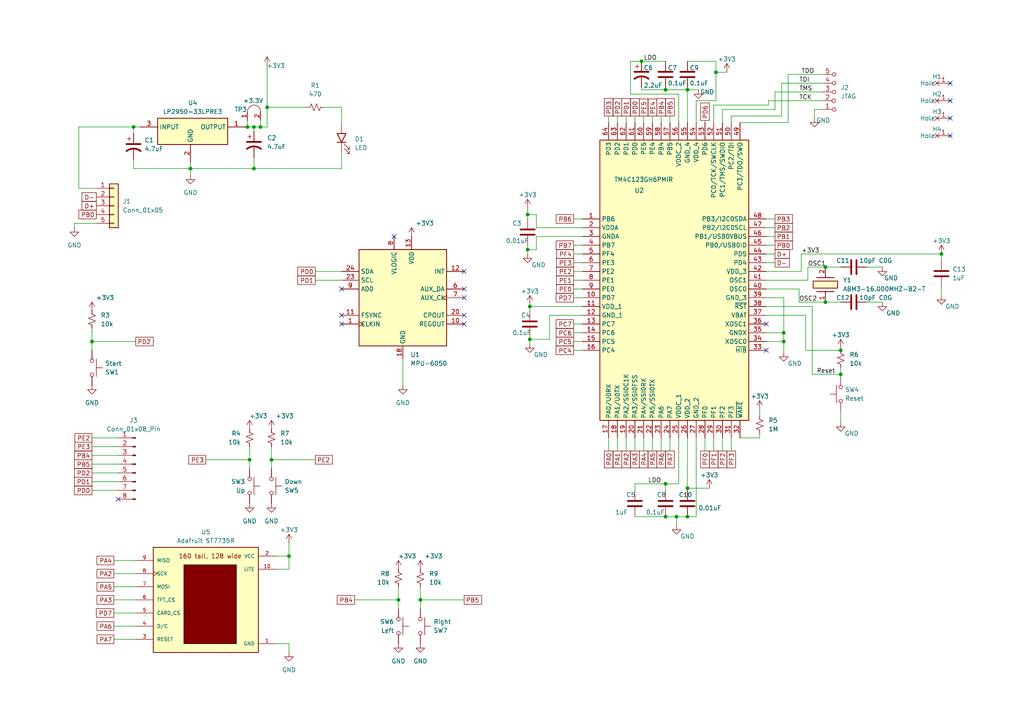
<source format=kicad_sch>
(kicad_sch (version 20230121) (generator eeschema)
  (paper "A4")
  (lib_symbols
    (symbol "ABM3-16_000MHZ-B2-T:ABM3-16.000MHZ-B2-T" (pin_names hide)
      (property "Reference" "Y" (at 8.89 6.35 0))
      (property "Value" "ABM3-16.000MHZ-B2-T" (at 8.89 3.81 0))
      (symbol "ABM3-16.000MHZ-B2-T_1_1"
        (pin passive line (at 0 0 0) (length 2.54) (name "1") (number "1"))
        (pin passive line (at 10.16 0 180) (length 2.54) (name "2") (number "2"))
      )
    )
    (symbol "Connector_Generic:Conn_01x05" (pin_names (offset 1.016) hide)
      (property "Reference" "J" (at 0 7.62 0))
      (property "Value" "Conn_01x05" (at 0 -7.62 0))
      (symbol "Conn_01x05_1_1"
        (pin passive line (at -5.08 5.08 0) (length 3.81) (name "Pin_1") (number "1"))
        (pin passive line (at -5.08 2.54 0) (length 3.81) (name "Pin_2") (number "2"))
        (pin passive line (at -5.08 0 0) (length 3.81) (name "Pin_3") (number "3"))
        (pin passive line (at -5.08 -2.54 0) (length 3.81) (name "Pin_4") (number "4"))
        (pin passive line (at -5.08 -5.08 0) (length 3.81) (name "Pin_5") (number "5"))
      )
    )
    (symbol "ECE445L:Adafruit_ST7735R" (pin_names (offset 1.016))
      (property "Reference" "U?" (at -15.24 16.002 0))
      (property "Value" "Adafruit ST7735R" (at -15.24 -17.78 0))
      (symbol "Adafruit_ST7735R_1_0"
        (pin power_in line (at 20.32 -12.7 180) (length 5.08) (name "GND") (number "1"))
        (pin power_in line (at 20.32 8.89 180) (length 5.08) (name "LITE") (number "10"))
        (pin power_in line (at 20.32 12.7 180) (length 5.08) (name "VCC") (number "2"))
        (pin input line (at -20.32 -11.43 0) (length 5.08) (name "RESET") (number "3"))
        (pin input line (at -20.32 -7.62 0) (length 5.08) (name "D/C") (number "4"))
        (pin input line (at -20.32 -3.81 0) (length 5.08) (name "CARD_CS") (number "5"))
        (pin input line (at -20.32 0 0) (length 5.08) (name "TFT_CS") (number "6"))
        (pin input line (at -20.32 3.81 0) (length 5.08) (name "MOSI") (number "7"))
        (pin input clock (at -20.32 7.62 0) (length 5.08) (name "SCK") (number "8"))
        (pin output line (at -20.32 11.43 0) (length 5.08) (name "MISO") (number "9"))
      )
      (symbol "Adafruit_ST7735R_1_1"
        (text "160 tall, 128 wide" (at 1.27 12.7 0) (effects (font (size 1.27 1.27))))
      )
    )
    (symbol "ECE445L:C" (pin_numbers hide) (pin_names (offset 0.254))
      (property "Reference" "C" (at 0.635 2.54 0))
      (property "Value" "C" (at 0.635 -2.54 0))
      (symbol "C_1_1"
        (pin passive line (at 0 3.81 270) (length 2.794) (name "~") (number "1"))
        (pin passive line (at 0 -3.81 90) (length 2.794) (name "~") (number "2"))
      )
    )
    (symbol "ECE445L:C_Polarized" (pin_numbers hide) (pin_names (offset 0.254) hide)
      (property "Reference" "C" (at 0.635 2.54 0))
      (property "Value" "C_Polarized" (at 0.635 -2.54 0))
      (symbol "C_Polarized_1_1"
        (pin passive line (at 0 3.81 270) (length 2.794) (name "~") (number "1"))
        (pin passive line (at 0 -3.81 90) (length 3.302) (name "~") (number "2"))
      )
    )
    (symbol "ECE445L:Conn_01x08_Pin" (pin_names (offset 1.016) hide)
      (property "Reference" "J" (at 0 10.16 0))
      (property "Value" "Conn_01x08_Pin" (at 0 -12.7 0))
      (symbol "Conn_01x08_Pin_1_1"
        (pin passive line (at 5.08 7.62 180) (length 3.81) (name "Pin_1") (number "1"))
        (pin passive line (at 5.08 5.08 180) (length 3.81) (name "Pin_2") (number "2"))
        (pin passive line (at 5.08 2.54 180) (length 3.81) (name "Pin_3") (number "3"))
        (pin passive line (at 5.08 0 180) (length 3.81) (name "Pin_4") (number "4"))
        (pin passive line (at 5.08 -2.54 180) (length 3.81) (name "Pin_5") (number "5"))
        (pin passive line (at 5.08 -5.08 180) (length 3.81) (name "Pin_6") (number "6"))
        (pin passive line (at 5.08 -7.62 180) (length 3.81) (name "Pin_7") (number "7"))
        (pin passive line (at 5.08 -10.16 180) (length 3.81) (name "Pin_8") (number "8"))
      )
    )
    (symbol "ECE445L:Header_5" (pin_names (offset 0) hide)
      (property "Reference" "J" (at 0 2.794 0))
      (property "Value" "Header_5" (at 8.89 -9.525 0))
      (symbol "Header_5_1_1"
        (pin passive line (at 5.08 2.54 180) (length 2.54) (name "A") (number "1"))
        (pin passive line (at 5.08 0 180) (length 2.54) (name "B") (number "2"))
        (pin passive line (at 5.08 -2.54 180) (length 2.54) (name "C") (number "3"))
        (pin passive line (at 5.08 -5.08 180) (length 2.54) (name "C") (number "4"))
        (pin passive line (at 5.08 -7.62 180) (length 2.54) (name "C") (number "5"))
      )
    )
    (symbol "ECE445L:LED" (pin_numbers hide) (pin_names (offset 1.016) hide)
      (property "Reference" "D" (at 1.27 1.27 0))
      (property "Value" "LED" (at -5.08 -1.27 0))
      (symbol "LED_1_1"
        (pin passive line (at -1.27 -3.81 90) (length 2.54) (name "K") (number "1"))
        (pin passive line (at -1.27 3.81 270) (length 2.54) (name "A") (number "2"))
      )
    )
    (symbol "ECE445L:MountingHole"
      (property "Reference" "H" (at 0 0 0))
      (symbol "MountingHole_1_1"
        (pin power_in non_logic (at 0 0 180) (length 3.81) (name "Hole") (number "1"))
      )
    )
    (symbol "ECE445L:R_0.125W" (pin_numbers hide) (pin_names (offset 0.254) hide)
      (property "Reference" "R" (at 0.762 0.508 0))
      (property "Value" "R_0.125W" (at 0.762 -1.016 0))
      (symbol "R_0.125W_1_1"
        (pin passive line (at 0 2.54 270) (length 1.016) (name "~") (number "1"))
        (pin passive line (at 0 -2.54 90) (length 1.016) (name "~") (number "2"))
      )
    )
    (symbol "ECE445L:Testpoint" (pin_names (offset 0) hide)
      (property "Reference" "TP" (at 0 2.794 0))
      (property "Value" "TP" (at 0 -2.286 0))
      (symbol "Testpoint_1_1"
        (pin passive line (at -1.905 0 90) (length 2.54) (name "A") (number "1"))
        (pin passive line (at 1.905 0 90) (length 2.54) (name "B") (number "2"))
      )
    )
    (symbol "LP2950-33LPRE3:LP2950-33LPRE3"
      (property "Reference" "IC" (at 17.145 -2.54 0))
      (property "Value" "LP2950-33LPRE3" (at 8.255 4.445 0))
      (symbol "LP2950-33LPRE3_1_1"
        (pin power_out line (at 30.48 0 180) (length 5.08) (name "OUTPUT") (number "1"))
        (pin passive line (at 14.605 -10.16 90) (length 5.08) (name "GND") (number "2"))
        (pin power_in line (at 0 0 0) (length 5.08) (name "INPUT") (number "3"))
      )
    )
    (symbol "Sensor_Motion:MPU-6050"
      (property "Reference" "U" (at -11.43 13.97 0))
      (property "Value" "MPU-6050" (at 7.62 -15.24 0))
      (symbol "MPU-6050_0_0"
        (text "" (at 12.7 -2.54 0) (effects (font (size 1.27 1.27))))
      )
      (symbol "MPU-6050_1_1"
        (pin input clock (at -17.78 -7.62 0) (length 5.08) (name "CLKIN") (number "1"))
        (pin passive line (at 17.78 -7.62 180) (length 5.08) (name "REGOUT") (number "10"))
        (pin input line (at -17.78 -5.08 0) (length 5.08) (name "FSYNC") (number "11"))
        (pin output line (at 17.78 7.62 180) (length 5.08) (name "INT") (number "12"))
        (pin power_in line (at 2.54 17.78 270) (length 3.81) (name "VDD") (number "13"))
        (pin no_connect line (at -12.7 -10.16 0) (length 2.54) hide (name "NC") (number "14"))
        (pin no_connect line (at 12.7 12.7 180) (length 2.54) hide (name "NC") (number "15"))
        (pin no_connect line (at 12.7 10.16 180) (length 2.54) hide (name "NC") (number "16"))
        (pin no_connect line (at 12.7 5.08 180) (length 2.54) hide (name "NC") (number "17"))
        (pin power_in line (at 0 -17.78 90) (length 3.81) (name "GND") (number "18"))
        (pin no_connect line (at 12.7 -10.16 180) (length 2.54) hide (name "RESV") (number "19"))
        (pin no_connect line (at -12.7 12.7 0) (length 2.54) hide (name "NC") (number "2"))
        (pin passive line (at 17.78 -5.08 180) (length 5.08) (name "CPOUT") (number "20"))
        (pin no_connect line (at 12.7 -2.54 180) (length 2.54) hide (name "RESV") (number "21"))
        (pin no_connect line (at 12.7 -12.7 180) (length 2.54) hide (name "RESV") (number "22"))
        (pin input line (at -17.78 5.08 0) (length 5.08) (name "SCL") (number "23"))
        (pin bidirectional line (at -17.78 7.62 0) (length 5.08) (name "SDA") (number "24"))
        (pin no_connect line (at -12.7 10.16 0) (length 2.54) hide (name "NC") (number "3"))
        (pin no_connect line (at -12.7 0 0) (length 2.54) hide (name "NC") (number "4"))
        (pin no_connect line (at -12.7 -2.54 0) (length 2.54) hide (name "NC") (number "5"))
        (pin bidirectional line (at 17.78 2.54 180) (length 5.08) (name "AUX_DA") (number "6"))
        (pin output clock (at 17.78 0 180) (length 5.08) (name "AUX_CL") (number "7"))
        (pin power_in line (at -2.54 17.78 270) (length 3.81) (name "VLOGIC") (number "8"))
        (pin input line (at -17.78 2.54 0) (length 5.08) (name "AD0") (number "9"))
      )
    )
    (symbol "Switch:SW_Push" (pin_numbers hide) (pin_names (offset 1.016) hide)
      (property "Reference" "SW" (at 1.27 2.54 0))
      (property "Value" "SW_Push" (at 0 -1.524 0))
      (symbol "SW_Push_0_1"
        (pin passive line (at -5.08 0 0) (length 2.54) (name "1") (number "1"))
        (pin passive line (at 5.08 0 180) (length 2.54) (name "2") (number "2"))
      )
    )
    (symbol "TM4C123GH6PMIR:TM4C123GH6PMIR"
      (property "Reference" "IC" (at 49.53 27.94 0))
      (property "Value" "TM4C123GH6PMIR" (at 49.53 25.4 0))
      (symbol "TM4C123GH6PMIR_1_1"
        (pin passive line (at 0 0 0) (length 5.08) (name "PB6") (number "1"))
        (pin passive line (at 0 -22.86 0) (length 5.08) (name "PD7") (number "10"))
        (pin passive line (at 0 -25.4 0) (length 5.08) (name "VDD_1") (number "11"))
        (pin passive line (at 0 -27.94 0) (length 5.08) (name "GND_1") (number "12"))
        (pin passive line (at 0 -30.48 0) (length 5.08) (name "PC7") (number "13"))
        (pin passive line (at 0 -33.02 0) (length 5.08) (name "PC6") (number "14"))
        (pin passive line (at 0 -35.56 0) (length 5.08) (name "PC5") (number "15"))
        (pin passive line (at 0 -38.1 0) (length 5.08) (name "PC4") (number "16"))
        (pin passive line (at 7.62 -63.5 90) (length 5.08) (name "PA0/U0RX") (number "17"))
        (pin passive line (at 10.16 -63.5 90) (length 5.08) (name "PA1/U0TX") (number "18"))
        (pin passive line (at 12.7 -63.5 90) (length 5.08) (name "PA2/SSI0C1K") (number "19"))
        (pin passive line (at 0 -2.54 0) (length 5.08) (name "VDDA") (number "2"))
        (pin passive line (at 15.24 -63.5 90) (length 5.08) (name "PA3/SSI0FSS") (number "20"))
        (pin passive line (at 17.78 -63.5 90) (length 5.08) (name "PA4/SSI0RX") (number "21"))
        (pin passive line (at 20.32 -63.5 90) (length 5.08) (name "PA5/SSI0TX") (number "22"))
        (pin passive line (at 22.86 -63.5 90) (length 5.08) (name "PA6") (number "23"))
        (pin passive line (at 25.4 -63.5 90) (length 5.08) (name "PA7") (number "24"))
        (pin passive line (at 27.94 -63.5 90) (length 5.08) (name "VDDC_1") (number "25"))
        (pin passive line (at 30.48 -63.5 90) (length 5.08) (name "VDD_2") (number "26"))
        (pin passive line (at 33.02 -63.5 90) (length 5.08) (name "GND_2") (number "27"))
        (pin passive line (at 35.56 -63.5 90) (length 5.08) (name "PF0") (number "28"))
        (pin passive line (at 38.1 -63.5 90) (length 5.08) (name "PF1") (number "29"))
        (pin passive line (at 0 -5.08 0) (length 5.08) (name "GNDA") (number "3"))
        (pin passive line (at 40.64 -63.5 90) (length 5.08) (name "PF2") (number "30"))
        (pin passive line (at 43.18 -63.5 90) (length 5.08) (name "PF3") (number "31"))
        (pin passive line (at 45.72 -63.5 90) (length 5.08) (name "~{WAKE}") (number "32"))
        (pin passive line (at 53.34 -38.1 180) (length 5.08) (name "~{HIB}") (number "33"))
        (pin passive line (at 53.34 -35.56 180) (length 5.08) (name "XOSC0") (number "34"))
        (pin passive line (at 53.34 -33.02 180) (length 5.08) (name "GNDX") (number "35"))
        (pin passive line (at 53.34 -30.48 180) (length 5.08) (name "XOSC1") (number "36"))
        (pin passive line (at 53.34 -27.94 180) (length 5.08) (name "VBAT") (number "37"))
        (pin passive line (at 53.34 -25.4 180) (length 5.08) (name "~{RST}") (number "38"))
        (pin passive line (at 53.34 -22.86 180) (length 5.08) (name "GND_3") (number "39"))
        (pin passive line (at 0 -7.62 0) (length 5.08) (name "PB7") (number "4"))
        (pin passive line (at 53.34 -20.32 180) (length 5.08) (name "OSC0") (number "40"))
        (pin passive line (at 53.34 -17.78 180) (length 5.08) (name "OSC1") (number "41"))
        (pin passive line (at 53.34 -15.24 180) (length 5.08) (name "VDD_3") (number "42"))
        (pin passive line (at 53.34 -12.7 180) (length 5.08) (name "PD4") (number "43"))
        (pin passive line (at 53.34 -10.16 180) (length 5.08) (name "PD5") (number "44"))
        (pin passive line (at 53.34 -7.62 180) (length 5.08) (name "PB0/USB0ID") (number "45"))
        (pin passive line (at 53.34 -5.08 180) (length 5.08) (name "PB1/USB0VBUS") (number "46"))
        (pin passive line (at 53.34 -2.54 180) (length 5.08) (name "PB2/I2C0SCL") (number "47"))
        (pin passive line (at 53.34 0 180) (length 5.08) (name "PB3/I2C0SDA") (number "48"))
        (pin passive line (at 45.72 27.94 270) (length 5.08) (name "PC3/TDO/SWO") (number "49"))
        (pin passive line (at 0 -10.16 0) (length 5.08) (name "PF4") (number "5"))
        (pin passive line (at 43.18 27.94 270) (length 5.08) (name "PC2/TDI") (number "50"))
        (pin passive line (at 40.64 27.94 270) (length 5.08) (name "PC1/TMS/SWDIO") (number "51"))
        (pin passive line (at 38.1 27.94 270) (length 5.08) (name "PC0/TCK/SWCLK") (number "52"))
        (pin passive line (at 35.56 27.94 270) (length 5.08) (name "PD6") (number "53"))
        (pin passive line (at 33.02 27.94 270) (length 5.08) (name "VDD_4") (number "54"))
        (pin passive line (at 30.48 27.94 270) (length 5.08) (name "GND_4") (number "55"))
        (pin passive line (at 27.94 27.94 270) (length 5.08) (name "VDDC_2") (number "56"))
        (pin passive line (at 25.4 27.94 270) (length 5.08) (name "PB5") (number "57"))
        (pin passive line (at 22.86 27.94 270) (length 5.08) (name "PB4") (number "58"))
        (pin passive line (at 20.32 27.94 270) (length 5.08) (name "PE4") (number "59"))
        (pin passive line (at 0 -12.7 0) (length 5.08) (name "PE3") (number "6"))
        (pin passive line (at 17.78 27.94 270) (length 5.08) (name "PE5") (number "60"))
        (pin passive line (at 15.24 27.94 270) (length 5.08) (name "PD0") (number "61"))
        (pin passive line (at 12.7 27.94 270) (length 5.08) (name "PD1") (number "62"))
        (pin passive line (at 10.16 27.94 270) (length 5.08) (name "PD2") (number "63"))
        (pin passive line (at 7.62 27.94 270) (length 5.08) (name "PD3") (number "64"))
        (pin passive line (at 0 -15.24 0) (length 5.08) (name "PE2") (number "7"))
        (pin passive line (at 0 -17.78 0) (length 5.08) (name "PE1") (number "8"))
        (pin passive line (at 0 -20.32 0) (length 5.08) (name "PE0") (number "9"))
      )
    )
    (symbol "power:+3V3" (power) (pin_names (offset 0))
      (property "Value" "+3V3" (at 0 3.556 0))
      (symbol "+3V3_1_1"
        (pin power_in line (at 0 0 90) (length 0) hide (name "+3V3") (number "1"))
      )
    )
    (symbol "power:GND" (power) (pin_names (offset 0))
      (property "Value" "GND" (at 0 -3.81 0))
      (symbol "GND_1_1"
        (pin power_in line (at 0 0 270) (length 0) hide (name "GND") (number "1"))
      )
    )
  )
  (junction (at 75.565 36.83))
  (junction (at 78.74 133.35))
  (junction (at 73.66 36.83))
  (junction (at 186.055 17.78))
  (junction (at 153.035 72.39))
  (junction (at 153.035 62.23))
  (junction (at 196.215 149.86))
  (junction (at 227.33 96.52))
  (junction (at 199.39 149.86))
  (junction (at 72.39 133.35))
  (junction (at 193.04 149.86))
  (junction (at 239.395 87.63))
  (junction (at 83.82 161.29))
  (junction (at 73.66 48.895))
  (junction (at 227.33 99.06))
  (junction (at 199.39 26.035))
  (junction (at 153.67 88.9))
  (junction (at 239.395 77.47))
  (junction (at 71.755 36.83))
  (junction (at 26.67 99.06))
  (junction (at 153.67 98.425))
  (junction (at 199.39 141.605))
  (junction (at 243.84 108.585))
  (junction (at 38.735 36.83))
  (junction (at 55.245 48.895))
  (junction (at 193.04 26.035))
  (junction (at 77.47 31.115))
  (junction (at 207.645 20.955))
  (junction (at 121.92 173.99))
  (junction (at 193.04 140.335))
  (junction (at 243.84 101.6))
  (junction (at 273.05 73.66))
  (junction (at 115.57 173.99))
  (no_connect (at 275.59 29.21))
  (no_connect (at 99.06 83.82))
  (no_connect (at 222.25 93.98))
  (no_connect (at 99.06 93.98))
  (no_connect (at 134.62 93.98))
  (no_connect (at 34.29 144.78))
  (no_connect (at 99.06 91.44))
  (no_connect (at 222.25 101.6))
  (no_connect (at 275.59 39.37))
  (no_connect (at 275.59 24.13))
  (no_connect (at 134.62 86.36))
  (no_connect (at 275.59 34.29))
  (no_connect (at 134.62 83.82))
  (no_connect (at 134.62 78.74))
  (no_connect (at 114.3 68.58))
  (no_connect (at 134.62 91.44))
  (wire (pts (xy 102.87 173.99) (xy 115.57 173.99)))
  (wire (pts (xy 196.85 127) (xy 196.85 140.335)))
  (wire (pts (xy 222.25 81.28) (xy 234.315 81.28)))
  (wire (pts (xy 186.055 25.4) (xy 186.055 26.035)))
  (wire (pts (xy 231.775 87.63) (xy 239.395 87.63)))
  (wire (pts (xy 196.85 140.335) (xy 193.04 140.335)))
  (wire (pts (xy 181.61 127) (xy 181.61 130.81)))
  (wire (pts (xy 228.6 35.56) (xy 228.6 21.59)))
  (wire (pts (xy 222.25 86.36) (xy 227.33 86.36)))
  (wire (pts (xy 251.46 77.47) (xy 255.905 77.47)))
  (wire (pts (xy 186.055 17.78) (xy 193.04 17.78)))
  (wire (pts (xy 193.04 149.86) (xy 196.215 149.86)))
  (wire (pts (xy 196.85 35.56) (xy 196.85 27.305)))
  (wire (pts (xy 168.91 68.58) (xy 155.575 68.58)))
  (wire (pts (xy 77.47 19.05) (xy 77.47 31.115)))
  (wire (pts (xy 26.67 137.16) (xy 34.29 137.16)))
  (wire (pts (xy 214.63 127) (xy 220.345 127)))
  (wire (pts (xy 238.76 31.75) (xy 236.22 31.75)))
  (wire (pts (xy 184.15 140.335) (xy 193.04 140.335)))
  (wire (pts (xy 199.39 25.4) (xy 199.39 26.035)))
  (wire (pts (xy 155.575 72.39) (xy 153.035 72.39)))
  (wire (pts (xy 83.82 186.69) (xy 80.01 186.69)))
  (wire (pts (xy 184.15 33.655) (xy 184.15 35.56)))
  (wire (pts (xy 243.84 119.38) (xy 243.84 122.555)))
  (wire (pts (xy 201.93 35.56) (xy 201.93 29.21)))
  (wire (pts (xy 80.01 165.1) (xy 83.82 165.1)))
  (wire (pts (xy 33.02 166.37) (xy 39.37 166.37)))
  (wire (pts (xy 182.88 27.305) (xy 182.88 17.78)))
  (wire (pts (xy 222.25 96.52) (xy 227.33 96.52)))
  (wire (pts (xy 273.05 73.66) (xy 273.05 75.565)))
  (wire (pts (xy 199.39 141.605) (xy 205.74 141.605)))
  (wire (pts (xy 214.63 35.56) (xy 228.6 35.56)))
  (wire (pts (xy 59.69 133.35) (xy 72.39 133.35)))
  (wire (pts (xy 235.585 88.9) (xy 235.585 108.585)))
  (wire (pts (xy 176.53 33.655) (xy 176.53 35.56)))
  (wire (pts (xy 99.06 48.895) (xy 73.66 48.895)))
  (wire (pts (xy 227.33 96.52) (xy 227.33 99.06)))
  (wire (pts (xy 166.37 73.66) (xy 168.91 73.66)))
  (wire (pts (xy 222.25 71.12) (xy 224.79 71.12)))
  (wire (pts (xy 75.565 36.83) (xy 77.47 36.83)))
  (wire (pts (xy 166.37 96.52) (xy 168.91 96.52)))
  (wire (pts (xy 73.66 48.895) (xy 55.245 48.895)))
  (wire (pts (xy 27.94 54.61) (xy 22.86 54.61)))
  (wire (pts (xy 26.67 129.54) (xy 34.29 129.54)))
  (wire (pts (xy 186.055 26.035) (xy 193.04 26.035)))
  (wire (pts (xy 166.37 99.06) (xy 168.91 99.06)))
  (wire (pts (xy 26.67 95.25) (xy 26.67 99.06)))
  (wire (pts (xy 201.93 29.21) (xy 207.645 29.21)))
  (wire (pts (xy 207.645 17.78) (xy 207.645 20.955)))
  (wire (pts (xy 189.23 127) (xy 189.23 130.81)))
  (wire (pts (xy 55.245 46.99) (xy 55.245 48.895)))
  (wire (pts (xy 193.04 25.4) (xy 193.04 26.035)))
  (wire (pts (xy 222.25 73.66) (xy 224.79 73.66)))
  (wire (pts (xy 78.74 133.35) (xy 78.74 135.89)))
  (wire (pts (xy 207.01 35.56) (xy 207.01 30.48)))
  (wire (pts (xy 99.06 43.815) (xy 99.06 48.895)))
  (wire (pts (xy 38.735 48.895) (xy 55.245 48.895)))
  (wire (pts (xy 38.735 36.83) (xy 38.735 38.735)))
  (wire (pts (xy 207.645 17.78) (xy 199.39 17.78)))
  (wire (pts (xy 71.755 34.925) (xy 71.755 36.83)))
  (wire (pts (xy 26.67 139.7) (xy 34.29 139.7)))
  (wire (pts (xy 226.695 33.655) (xy 226.695 24.13)))
  (wire (pts (xy 224.79 31.75) (xy 224.79 26.67)))
  (wire (pts (xy 80.01 161.29) (xy 83.82 161.29)))
  (wire (pts (xy 38.735 46.355) (xy 38.735 48.895)))
  (wire (pts (xy 153.67 88.9) (xy 153.67 88.265)))
  (wire (pts (xy 33.02 173.99) (xy 39.37 173.99)))
  (wire (pts (xy 199.39 141.605) (xy 199.39 142.24)))
  (wire (pts (xy 26.67 142.24) (xy 34.29 142.24)))
  (wire (pts (xy 209.55 35.56) (xy 209.55 31.75)))
  (wire (pts (xy 232.41 78.74) (xy 232.41 73.66)))
  (wire (pts (xy 166.37 101.6) (xy 168.91 101.6)))
  (wire (pts (xy 179.07 33.655) (xy 179.07 35.56)))
  (wire (pts (xy 159.385 91.44) (xy 159.385 98.425)))
  (wire (pts (xy 243.84 100.965) (xy 243.84 101.6)))
  (wire (pts (xy 166.37 81.28) (xy 168.91 81.28)))
  (wire (pts (xy 209.55 31.75) (xy 224.79 31.75)))
  (wire (pts (xy 251.46 87.63) (xy 255.905 87.63)))
  (wire (pts (xy 33.02 177.8) (xy 39.37 177.8)))
  (wire (pts (xy 115.57 173.99) (xy 115.57 176.53)))
  (wire (pts (xy 204.47 127) (xy 204.47 130.81)))
  (wire (pts (xy 235.585 108.585) (xy 243.84 108.585)))
  (wire (pts (xy 121.92 173.99) (xy 134.62 173.99)))
  (wire (pts (xy 153.67 98.425) (xy 153.67 99.695)))
  (wire (pts (xy 207.01 30.48) (xy 222.885 30.48)))
  (wire (pts (xy 201.93 149.86) (xy 199.39 149.86)))
  (wire (pts (xy 38.735 36.83) (xy 40.64 36.83)))
  (wire (pts (xy 166.37 86.36) (xy 168.91 86.36)))
  (wire (pts (xy 153.67 88.9) (xy 153.67 90.17)))
  (wire (pts (xy 194.31 127) (xy 194.31 130.81)))
  (wire (pts (xy 222.25 78.74) (xy 232.41 78.74)))
  (wire (pts (xy 166.37 76.2) (xy 168.91 76.2)))
  (wire (pts (xy 121.92 170.18) (xy 121.92 173.99)))
  (wire (pts (xy 196.215 149.86) (xy 196.215 152.4)))
  (wire (pts (xy 222.25 63.5) (xy 224.79 63.5)))
  (wire (pts (xy 233.68 91.44) (xy 233.68 101.6)))
  (wire (pts (xy 153.035 71.12) (xy 153.035 72.39)))
  (wire (pts (xy 78.74 129.54) (xy 78.74 133.35)))
  (wire (pts (xy 182.88 17.78) (xy 186.055 17.78)))
  (wire (pts (xy 222.25 91.44) (xy 233.68 91.44)))
  (wire (pts (xy 166.37 83.82) (xy 168.91 83.82)))
  (wire (pts (xy 168.91 91.44) (xy 159.385 91.44)))
  (wire (pts (xy 189.23 33.655) (xy 189.23 35.56)))
  (wire (pts (xy 222.885 30.48) (xy 222.885 29.21)))
  (wire (pts (xy 273.05 83.185) (xy 273.05 85.725)))
  (wire (pts (xy 33.02 170.18) (xy 39.37 170.18)))
  (wire (pts (xy 209.55 127) (xy 209.55 130.81)))
  (wire (pts (xy 121.92 173.99) (xy 121.92 176.53)))
  (wire (pts (xy 243.84 106.68) (xy 243.84 108.585)))
  (wire (pts (xy 186.69 127) (xy 186.69 130.81)))
  (wire (pts (xy 73.66 36.83) (xy 75.565 36.83)))
  (wire (pts (xy 166.37 93.98) (xy 168.91 93.98)))
  (wire (pts (xy 77.47 36.83) (xy 77.47 31.115)))
  (wire (pts (xy 83.82 189.23) (xy 83.82 186.69)))
  (wire (pts (xy 22.86 36.83) (xy 22.86 54.61)))
  (wire (pts (xy 153.035 72.39) (xy 153.035 73.66)))
  (wire (pts (xy 224.79 26.67) (xy 238.76 26.67)))
  (wire (pts (xy 26.67 134.62) (xy 34.29 134.62)))
  (wire (pts (xy 72.39 129.54) (xy 72.39 133.35)))
  (wire (pts (xy 194.31 33.655) (xy 194.31 35.56)))
  (wire (pts (xy 99.06 31.115) (xy 99.06 36.195)))
  (wire (pts (xy 93.98 31.115) (xy 99.06 31.115)))
  (wire (pts (xy 115.57 170.18) (xy 115.57 173.99)))
  (wire (pts (xy 71.755 36.83) (xy 73.66 36.83)))
  (wire (pts (xy 184.15 127) (xy 184.15 130.81)))
  (wire (pts (xy 222.25 99.06) (xy 227.33 99.06)))
  (wire (pts (xy 166.37 78.74) (xy 168.91 78.74)))
  (wire (pts (xy 199.39 149.86) (xy 196.215 149.86)))
  (wire (pts (xy 153.67 97.79) (xy 153.67 98.425)))
  (wire (pts (xy 91.44 78.74) (xy 99.06 78.74)))
  (wire (pts (xy 33.02 185.42) (xy 39.37 185.42)))
  (wire (pts (xy 72.39 133.35) (xy 72.39 135.89)))
  (wire (pts (xy 199.39 26.035) (xy 202.565 26.035)))
  (wire (pts (xy 27.94 64.77) (xy 21.59 64.77)))
  (wire (pts (xy 199.39 127) (xy 199.39 141.605)))
  (wire (pts (xy 222.25 83.82) (xy 231.775 83.82)))
  (wire (pts (xy 199.39 26.035) (xy 199.39 35.56)))
  (wire (pts (xy 71.12 36.83) (xy 71.755 36.83)))
  (wire (pts (xy 207.01 127) (xy 207.01 130.81)))
  (wire (pts (xy 232.41 73.66) (xy 273.05 73.66)))
  (wire (pts (xy 166.37 71.12) (xy 168.91 71.12)))
  (wire (pts (xy 201.93 127) (xy 201.93 149.86)))
  (wire (pts (xy 227.33 99.06) (xy 227.33 102.235)))
  (wire (pts (xy 78.74 133.35) (xy 91.44 133.35)))
  (wire (pts (xy 196.85 27.305) (xy 182.88 27.305)))
  (wire (pts (xy 55.245 48.895) (xy 55.245 50.8)))
  (wire (pts (xy 116.84 111.76) (xy 116.84 104.14)))
  (wire (pts (xy 83.82 161.29) (xy 83.82 157.48)))
  (wire (pts (xy 222.25 88.9) (xy 235.585 88.9)))
  (wire (pts (xy 193.04 26.035) (xy 199.39 26.035)))
  (wire (pts (xy 222.25 76.2) (xy 224.79 76.2)))
  (wire (pts (xy 222.25 68.58) (xy 224.79 68.58)))
  (wire (pts (xy 239.395 87.63) (xy 243.84 87.63)))
  (wire (pts (xy 155.575 68.58) (xy 155.575 72.39)))
  (wire (pts (xy 212.09 127) (xy 212.09 130.81)))
  (wire (pts (xy 26.67 99.06) (xy 39.37 99.06)))
  (wire (pts (xy 233.68 101.6) (xy 243.84 101.6)))
  (wire (pts (xy 212.09 33.655) (xy 226.695 33.655)))
  (wire (pts (xy 231.775 83.82) (xy 231.775 87.63)))
  (wire (pts (xy 159.385 98.425) (xy 153.67 98.425)))
  (wire (pts (xy 75.565 34.925) (xy 75.565 36.83)))
  (wire (pts (xy 181.61 33.655) (xy 181.61 35.56)))
  (wire (pts (xy 191.77 33.655) (xy 191.77 35.56)))
  (wire (pts (xy 153.035 62.23) (xy 155.575 62.23)))
  (wire (pts (xy 73.66 45.72) (xy 73.66 48.895)))
  (wire (pts (xy 33.02 162.56) (xy 39.37 162.56)))
  (wire (pts (xy 220.345 127) (xy 220.345 125.73)))
  (wire (pts (xy 21.59 64.77) (xy 21.59 66.04)))
  (wire (pts (xy 153.035 60.325) (xy 153.035 62.23)))
  (wire (pts (xy 155.575 66.04) (xy 168.91 66.04)))
  (wire (pts (xy 212.09 35.56) (xy 212.09 33.655)))
  (wire (pts (xy 220.345 118.745) (xy 220.345 120.65)))
  (wire (pts (xy 33.02 181.61) (xy 39.37 181.61)))
  (wire (pts (xy 204.47 34.925) (xy 204.47 35.56)))
  (wire (pts (xy 222.885 29.21) (xy 238.76 29.21)))
  (wire (pts (xy 234.315 81.28) (xy 234.315 77.47)))
  (wire (pts (xy 176.53 127) (xy 176.53 130.81)))
  (wire (pts (xy 222.25 66.04) (xy 224.79 66.04)))
  (wire (pts (xy 239.395 77.47) (xy 243.84 77.47)))
  (wire (pts (xy 166.37 63.5) (xy 168.91 63.5)))
  (wire (pts (xy 227.33 86.36) (xy 227.33 96.52)))
  (wire (pts (xy 186.69 33.655) (xy 186.69 35.56)))
  (wire (pts (xy 155.575 66.04) (xy 155.575 62.23)))
  (wire (pts (xy 26.67 132.08) (xy 34.29 132.08)))
  (wire (pts (xy 236.22 31.75) (xy 236.22 34.29)))
  (wire (pts (xy 193.04 140.335) (xy 193.04 142.24)))
  (wire (pts (xy 73.66 36.83) (xy 73.66 38.1)))
  (wire (pts (xy 226.695 24.13) (xy 238.76 24.13)))
  (wire (pts (xy 210.82 20.955) (xy 207.645 20.955)))
  (wire (pts (xy 179.07 127) (xy 179.07 130.81)))
  (wire (pts (xy 26.67 127) (xy 34.29 127)))
  (wire (pts (xy 91.44 81.28) (xy 99.06 81.28)))
  (wire (pts (xy 184.15 149.86) (xy 193.04 149.86)))
  (wire (pts (xy 191.77 127) (xy 191.77 130.81)))
  (wire (pts (xy 243.84 108.585) (xy 243.84 109.22)))
  (wire (pts (xy 228.6 21.59) (xy 238.76 21.59)))
  (wire (pts (xy 26.67 99.06) (xy 26.67 101.6)))
  (wire (pts (xy 22.86 36.83) (xy 38.735 36.83)))
  (wire (pts (xy 77.47 31.115) (xy 88.9 31.115)))
  (wire (pts (xy 168.91 88.9) (xy 153.67 88.9)))
  (wire (pts (xy 234.315 77.47) (xy 239.395 77.47)))
  (wire (pts (xy 207.645 20.955) (xy 207.645 29.21)))
  (wire (pts (xy 153.035 62.23) (xy 153.035 63.5)))
  (wire (pts (xy 184.15 142.24) (xy 184.15 140.335)))
  (wire (pts (xy 83.82 165.1) (xy 83.82 161.29)))
  (label "TMS" (at 231.775 26.67 0))
  (label "LDO" (at 187.96 140.335 0))
  (label "LDO" (at 186.69 17.78 0))
  (label "OSC1" (at 234.315 77.47 0))
  (label "OSC2" (at 231.775 87.63 0))
  (label "TCK" (at 231.775 29.21 0))
  (label "+3V3" (at 232.41 73.66 0))
  (label "Reset" (at 236.855 108.585 0))
  (label "TDO" (at 232.41 21.59 0))
  (label "TDI" (at 231.775 24.13 0))
  (global_label "D-" (shape passive) (at 224.79 76.2 0) (property "Intersheetrefs" "${INTERSHEET_REFS}" (effects hide)))
  (global_label "PB0" (shape passive) (at 27.94 62.23 180) (property "Intersheetrefs" "${INTERSHEET_REFS}" (effects hide)))
  (global_label "PA7" (shape passive) (at 194.31 130.81 270) (property "Intersheetrefs" "${INTERSHEET_REFS}" (effects hide)))
  (global_label "PE4" (shape passive) (at 189.23 33.655 90) (property "Intersheetrefs" "${INTERSHEET_REFS}" (effects hide)))
  (global_label "PA6" (shape passive) (at 33.02 181.61 180) (property "Intersheetrefs" "${INTERSHEET_REFS}" (effects hide)))
  (global_label "PD0" (shape passive) (at 26.67 142.24 180) (property "Intersheetrefs" "${INTERSHEET_REFS}" (effects hide)))
  (global_label "PA7" (shape passive) (at 33.02 185.42 180) (property "Intersheetrefs" "${INTERSHEET_REFS}" (effects hide)))
  (global_label "PA3" (shape passive) (at 184.15 130.81 270) (property "Intersheetrefs" "${INTERSHEET_REFS}" (effects hide)))
  (global_label "PB6" (shape passive) (at 166.37 63.5 180) (property "Intersheetrefs" "${INTERSHEET_REFS}" (effects hide)))
  (global_label "PA4" (shape passive) (at 33.02 162.56 180) (property "Intersheetrefs" "${INTERSHEET_REFS}" (effects hide)))
  (global_label "PA4" (shape passive) (at 186.69 130.81 270) (property "Intersheetrefs" "${INTERSHEET_REFS}" (effects hide)))
  (global_label "D+" (shape passive) (at 27.94 59.69 180) (property "Intersheetrefs" "${INTERSHEET_REFS}" (effects hide)))
  (global_label "PB2" (shape passive) (at 224.79 66.04 0) (property "Intersheetrefs" "${INTERSHEET_REFS}" (effects hide)))
  (global_label "PE3" (shape passive) (at 166.37 76.2 180) (property "Intersheetrefs" "${INTERSHEET_REFS}" (effects hide)))
  (global_label "PE1" (shape passive) (at 166.37 81.28 180) (property "Intersheetrefs" "${INTERSHEET_REFS}" (effects hide)))
  (global_label "PF0" (shape passive) (at 204.47 130.81 270) (property "Intersheetrefs" "${INTERSHEET_REFS}" (effects hide)))
  (global_label "PB5" (shape passive) (at 194.31 33.655 90) (property "Intersheetrefs" "${INTERSHEET_REFS}" (effects hide)))
  (global_label "PB4" (shape passive) (at 191.77 33.655 90) (property "Intersheetrefs" "${INTERSHEET_REFS}" (effects hide)))
  (global_label "PE2" (shape passive) (at 91.44 133.35 0) (property "Intersheetrefs" "${INTERSHEET_REFS}" (effects hide)))
  (global_label "PB7" (shape passive) (at 166.37 71.12 180) (property "Intersheetrefs" "${INTERSHEET_REFS}" (effects hide)))
  (global_label "PA5" (shape passive) (at 189.23 130.81 270) (property "Intersheetrefs" "${INTERSHEET_REFS}" (effects hide)))
  (global_label "PB4" (shape passive) (at 102.87 173.99 180) (property "Intersheetrefs" "${INTERSHEET_REFS}" (effects hide)))
  (global_label "PE3" (shape passive) (at 26.67 129.54 180) (property "Intersheetrefs" "${INTERSHEET_REFS}" (effects hide)))
  (global_label "PC4" (shape passive) (at 166.37 101.6 180) (property "Intersheetrefs" "${INTERSHEET_REFS}" (effects hide)))
  (global_label "PF2" (shape passive) (at 209.55 130.81 270) (property "Intersheetrefs" "${INTERSHEET_REFS}" (effects hide)))
  (global_label "PF4" (shape passive) (at 166.37 73.66 180) (property "Intersheetrefs" "${INTERSHEET_REFS}" (effects hide)))
  (global_label "PA3" (shape passive) (at 33.02 173.99 180) (property "Intersheetrefs" "${INTERSHEET_REFS}" (effects hide)))
  (global_label "PC6" (shape passive) (at 166.37 96.52 180) (property "Intersheetrefs" "${INTERSHEET_REFS}" (effects hide)))
  (global_label "PE0" (shape passive) (at 166.37 83.82 180) (property "Intersheetrefs" "${INTERSHEET_REFS}" (effects hide)))
  (global_label "D-" (shape passive) (at 27.94 57.15 180) (property "Intersheetrefs" "${INTERSHEET_REFS}" (effects hide)))
  (global_label "PD0" (shape passive) (at 184.15 33.655 90) (property "Intersheetrefs" "${INTERSHEET_REFS}" (effects hide)))
  (global_label "PA5" (shape passive) (at 33.02 170.18 180) (property "Intersheetrefs" "${INTERSHEET_REFS}" (effects hide)))
  (global_label "PA1" (shape passive) (at 179.07 130.81 270) (property "Intersheetrefs" "${INTERSHEET_REFS}" (effects hide)))
  (global_label "PB5" (shape passive) (at 134.62 173.99 0) (property "Intersheetrefs" "${INTERSHEET_REFS}" (effects hide)))
  (global_label "PD2" (shape passive) (at 39.37 99.06 0) (property "Intersheetrefs" "${INTERSHEET_REFS}" (effects hide)))
  (global_label "D+" (shape passive) (at 224.79 73.66 0) (property "Intersheetrefs" "${INTERSHEET_REFS}" (effects hide)))
  (global_label "PC5" (shape passive) (at 166.37 99.06 180) (property "Intersheetrefs" "${INTERSHEET_REFS}" (effects hide)))
  (global_label "PD2" (shape passive) (at 179.07 33.655 90) (property "Intersheetrefs" "${INTERSHEET_REFS}" (effects hide)))
  (global_label "PD2" (shape passive) (at 26.67 137.16 180) (property "Intersheetrefs" "${INTERSHEET_REFS}" (effects hide)))
  (global_label "PA2" (shape passive) (at 181.61 130.81 270) (property "Intersheetrefs" "${INTERSHEET_REFS}" (effects hide)))
  (global_label "PA0" (shape passive) (at 176.53 130.81 270) (property "Intersheetrefs" "${INTERSHEET_REFS}" (effects hide)))
  (global_label "PE5" (shape passive) (at 186.69 33.655 90) (property "Intersheetrefs" "${INTERSHEET_REFS}" (effects hide)))
  (global_label "PA6" (shape passive) (at 191.77 130.81 270) (property "Intersheetrefs" "${INTERSHEET_REFS}" (effects hide)))
  (global_label "PD1" (shape passive) (at 181.61 33.655 90) (property "Intersheetrefs" "${INTERSHEET_REFS}" (effects hide)))
  (global_label "PB5" (shape passive) (at 26.67 134.62 180) (property "Intersheetrefs" "${INTERSHEET_REFS}" (effects hide)))
  (global_label "PB4" (shape passive) (at 26.67 132.08 180) (property "Intersheetrefs" "${INTERSHEET_REFS}" (effects hide)))
  (global_label "PB0" (shape passive) (at 224.79 71.12 0) (property "Intersheetrefs" "${INTERSHEET_REFS}" (effects hide)))
  (global_label "PE3" (shape passive) (at 59.69 133.35 180) (property "Intersheetrefs" "${INTERSHEET_REFS}" (effects hide)))
  (global_label "PE2" (shape passive) (at 26.67 127 180) (property "Intersheetrefs" "${INTERSHEET_REFS}" (effects hide)))
  (global_label "PE2" (shape passive) (at 166.37 78.74 180) (property "Intersheetrefs" "${INTERSHEET_REFS}" (effects hide)))
  (global_label "PD7" (shape passive) (at 33.02 177.8 180) (property "Intersheetrefs" "${INTERSHEET_REFS}" (effects hide)))
  (global_label "PB3" (shape passive) (at 224.79 63.5 0) (property "Intersheetrefs" "${INTERSHEET_REFS}" (effects hide)))
  (global_label "PF3" (shape passive) (at 212.09 130.81 270) (property "Intersheetrefs" "${INTERSHEET_REFS}" (effects hide)))
  (global_label "PD3" (shape passive) (at 176.53 33.655 90) (property "Intersheetrefs" "${INTERSHEET_REFS}" (effects hide)))
  (global_label "PA2" (shape passive) (at 33.02 166.37 180) (property "Intersheetrefs" "${INTERSHEET_REFS}" (effects hide)))
  (global_label "PD6" (shape passive) (at 204.47 34.925 90) (property "Intersheetrefs" "${INTERSHEET_REFS}" (effects hide)))
  (global_label "PB1" (shape passive) (at 224.79 68.58 0) (property "Intersheetrefs" "${INTERSHEET_REFS}" (effects hide)))
  (global_label "PD0" (shape passive) (at 91.44 78.74 180) (property "Intersheetrefs" "${INTERSHEET_REFS}" (effects hide)))
  (global_label "PD7" (shape passive) (at 166.37 86.36 180) (property "Intersheetrefs" "${INTERSHEET_REFS}" (effects hide)))
  (global_label "PC7" (shape passive) (at 166.37 93.98 180) (property "Intersheetrefs" "${INTERSHEET_REFS}" (effects hide)))
  (global_label "PD1" (shape passive) (at 91.44 81.28 180) (property "Intersheetrefs" "${INTERSHEET_REFS}" (effects hide)))
  (global_label "PD1" (shape passive) (at 26.67 139.7 180) (property "Intersheetrefs" "${INTERSHEET_REFS}" (effects hide)))
  (global_label "PF1" (shape passive) (at 207.01 130.81 270) (property "Intersheetrefs" "${INTERSHEET_REFS}" (effects hide)))
  (symbol (lib_id "power:GND") (at 255.905 87.63 0) (unit 1)
    (property "Reference" "#PWR026" (effects hide))
    (property "Value" "GND" (at 259.08 90.805 0))
  )
  (symbol (lib_id "ECE445L:R_0.125W") (at 91.44 31.115 90) (unit 1)
    (property "Reference" "R1" (at 91.44 24.765 90))
    (property "Value" "470" (at 91.44 27.305 90))
    (property "Footprint" "ECE445L:R_Axial_DIN0204_L3.6mm_D1.6mm_P7.62mm_Horizontal" (effects hide))
    (property "Datasheet" "https://users.ece.utexas.edu/~valvano/mspm0/CarbonFilmresistors.pdf" (effects hide))
  )
  (symbol (lib_id "ECE445L:R_0.125W") (at 78.74 127 0) (unit 1)
    (property "Reference" "R7" (at 81.28 125.73 0) (effects (justify left)))
    (property "Value" "10k" (at 81.28 128.27 0) (effects (justify left)))
    (property "Footprint" "ECE445L:R_Axial_DIN0204_L3.6mm_D1.6mm_P7.62mm_Horizontal" (effects hide))
    (property "Datasheet" "https://users.ece.utexas.edu/~valvano/mspm0/CarbonFilmresistors.pdf" (effects hide))
  )
  (symbol (lib_id "power:+3V3") (at 83.82 157.48 0) (unit 1)
    (property "Reference" "#PWR029" (effects hide))
    (property "Value" "+3V3" (at 83.82 153.67 0))
  )
  (symbol (lib_id "Switch:SW_Push") (at 78.74 140.97 270) (unit 1)
    (property "Reference" "SW5" (at 82.55 142.24 90) (effects (justify left)))
    (property "Value" "Down" (at 82.55 139.7 90) (effects (justify left)))
    (property "Footprint" "ECE445L:SW_PUSH_6mm" (effects hide))
  )
  (symbol (lib_id "ECE445L:R_0.125W") (at 220.345 123.19 0) (unit 1)
    (property "Reference" "R5" (at 222.885 121.92 0) (effects (justify left)))
    (property "Value" "1M" (at 222.885 124.46 0) (effects (justify left)))
    (property "Footprint" "ECE445L:R_Axial_DIN0204_L3.6mm_D1.6mm_P7.62mm_Horizontal" (effects hide))
    (property "Datasheet" "https://users.ece.utexas.edu/~valvano/mspm0/CarbonFilmresistors.pdf" (effects hide))
  )
  (symbol (lib_id "ECE445L:C") (at 193.04 146.05 0) (unit 1)
    (property "Reference" "C8" (at 190.5 143.51 0) (effects (justify left)))
    (property "Value" "0.1uF" (at 187.325 148.59 0) (effects (justify left)))
    (property "Footprint" "ECE445L:C_Axial_200mil" (effects hide))
  )
  (symbol (lib_id "ECE445L:R_0.125W") (at 243.84 104.14 0) (unit 1)
    (property "Reference" "R6" (at 246.38 102.87 0) (effects (justify left)))
    (property "Value" "10k" (at 246.38 105.41 0) (effects (justify left)))
    (property "Footprint" "ECE445L:R_Axial_DIN0204_L3.6mm_D1.6mm_P7.62mm_Horizontal" (effects hide))
    (property "Datasheet" "https://users.ece.utexas.edu/~valvano/mspm0/CarbonFilmresistors.pdf" (effects hide))
  )
  (symbol (lib_id "power:+3V3") (at 121.92 165.1 0) (unit 1)
    (property "Reference" "#PWR010" (effects hide))
    (property "Value" "+3V3" (at 125.73 161.29 0))
  )
  (symbol (lib_id "power:GND") (at 72.39 146.05 0) (unit 1)
    (property "Reference" "#PWR032" (effects hide))
    (property "Value" "GND" (at 72.39 151.13 0))
  )
  (symbol (lib_id "power:GND") (at 21.59 66.04 0) (unit 1)
    (property "Reference" "#PWR01" (effects hide))
    (property "Value" "GND" (at 21.59 71.12 0))
  )
  (symbol (lib_id "ECE445L:MountingHole") (at 275.59 39.37 0) (unit 1)
    (property "Reference" "H4" (at 271.78 37.465 0))
    (property "Value" "~" (at 275.59 39.37 0))
    (property "Footprint" "ECE445L:MountingHole_4_40" (effects hide))
  )
  (symbol (lib_id "power:+3V3") (at 78.74 124.46 0) (unit 1)
    (property "Reference" "#PWR05" (effects hide))
    (property "Value" "+3V3" (at 82.55 120.65 0))
  )
  (symbol (lib_id "power:GND") (at 116.84 111.76 0) (unit 1)
    (property "Reference" "#PWR015" (effects hide))
    (property "Value" "GND" (at 116.84 116.84 0))
  )
  (symbol (lib_id "ECE445L:MountingHole") (at 275.59 24.13 0) (unit 1)
    (property "Reference" "H1" (at 271.78 22.225 0))
    (property "Value" "~" (at 275.59 24.13 0))
    (property "Footprint" "ECE445L:MountingHole_4_40" (effects hide))
  )
  (symbol (lib_id "power:GND") (at 121.92 186.69 0) (unit 1)
    (property "Reference" "#PWR038" (effects hide))
    (property "Value" "GND" (at 121.92 191.77 0))
  )
  (symbol (lib_id "power:GND") (at 202.565 26.035 0) (unit 1)
    (property "Reference" "#PWR017" (effects hide))
    (property "Value" "GND" (at 205.105 26.67 0))
  )
  (symbol (lib_id "ECE445L:C") (at 199.39 21.59 0) (unit 1)
    (property "Reference" "C9" (at 200.025 19.685 0) (effects (justify left)))
    (property "Value" "0.1uF" (at 200.025 24.13 0) (effects (justify left)))
    (property "Footprint" "ECE445L:C_Axial_200mil" (effects hide))
  )
  (symbol (lib_id "power:+3V3") (at 243.84 100.965 0) (unit 1)
    (property "Reference" "#PWR023" (effects hide))
    (property "Value" "+3V3" (at 243.84 97.155 0))
  )
  (symbol (lib_id "power:GND") (at 196.215 152.4 0) (unit 1)
    (property "Reference" "#PWR016" (effects hide))
    (property "Value" "GND" (at 199.39 155.575 0))
  )
  (symbol (lib_id "ECE445L:Adafruit_ST7735R") (at 59.69 173.99 0) (unit 1)
    (property "Reference" "U5" (at 59.69 154.305 0))
    (property "Value" "Adafruit ST7735R" (at 59.69 156.845 0))
    (property "Footprint" "ECE445L:adafruit_st7735r2" (effects hide))
    (property "Datasheet" "https://www.mouser.com/datasheet/2/737/ST7735R_V0_2-2489618.pdf" (effects hide))
    (property "Distributor" "Mouser" (effects hide))
    (property "Manufacturer" "Adafruit" (effects hide))
    (property "P/N" "358" (effects hide))
    (property "Cost" "19.95" (effects hide))
  )
  (symbol (lib_id "power:GND") (at 255.905 77.47 0) (unit 1)
    (property "Reference" "#PWR025" (effects hide))
    (property "Value" "GND" (at 258.445 80.645 0))
  )
  (symbol (lib_id "Switch:SW_Push") (at 26.67 106.68 270) (unit 1)
    (property "Reference" "SW1" (at 30.48 107.95 90) (effects (justify left)))
    (property "Value" "Start" (at 30.48 105.41 90) (effects (justify left)))
    (property "Footprint" "ECE445L:SW_PUSH_6mm" (effects hide))
  )
  (symbol (lib_id "power:GND") (at 26.67 111.76 0) (unit 1)
    (property "Reference" "#PWR06" (effects hide))
    (property "Value" "GND" (at 26.67 116.84 0))
  )
  (symbol (lib_id "ECE445L:C") (at 153.035 67.31 0) (unit 1)
    (property "Reference" "C3" (at 148.59 64.77 0) (effects (justify left)))
    (property "Value" "0.01uF" (at 146.685 69.85 0) (effects (justify left)))
    (property "Footprint" "ECE445L:C_Axial_200mil" (effects hide))
  )
  (symbol (lib_id "ECE445L:C_Polarized") (at 38.735 42.545 0) (unit 1)
    (property "Reference" "C1" (at 41.91 40.64 0) (effects (justify left)))
    (property "Value" "4.7uF" (at 41.91 43.18 0) (effects (justify left)))
    (property "Footprint" "ECE445L:CP_Radial_Tantal200mil" (effects hide))
  )
  (symbol (lib_id "ECE445L:Testpoint") (at 73.66 34.925 0) (unit 1)
    (property "Reference" "TP3" (at 67.945 31.75 0) (effects (justify left)))
    (property "Value" "+3.3V" (at 70.485 29.21 0) (effects (justify left)))
    (property "Footprint" "ECE445L:Testpoint_1x02_P2.54mm" (effects hide))
  )
  (symbol (lib_id "ECE445L:R_0.125W") (at 26.67 92.71 0) (unit 1)
    (property "Reference" "R3" (at 29.21 91.44 0) (effects (justify left)))
    (property "Value" "10k" (at 29.21 93.98 0) (effects (justify left)))
    (property "Footprint" "ECE445L:R_Axial_DIN0204_L3.6mm_D1.6mm_P7.62mm_Horizontal" (effects hide))
    (property "Datasheet" "https://users.ece.utexas.edu/~valvano/mspm0/CarbonFilmresistors.pdf" (effects hide))
  )
  (symbol (lib_id "ECE445L:R_0.125W") (at 115.57 167.64 0) (unit 1)
    (property "Reference" "R8" (at 113.03 166.37 0) (effects (justify right)))
    (property "Value" "10k" (at 113.03 168.91 0) (effects (justify right)))
    (property "Footprint" "ECE445L:R_Axial_DIN0204_L3.6mm_D1.6mm_P7.62mm_Horizontal" (effects hide))
    (property "Datasheet" "https://users.ece.utexas.edu/~valvano/mspm0/CarbonFilmresistors.pdf" (effects hide))
  )
  (symbol (lib_id "Sensor_Motion:MPU-6050") (at 116.84 86.36 0) (unit 1)
    (property "Reference" "U1" (at 119.0341 102.87 0) (effects (justify left)))
    (property "Value" "MPU-6050" (at 119.0341 105.41 0) (effects (justify left)))
    (property "Footprint" "Connector_PinHeader_2.54mm:PinHeader_1x08_P2.54mm_Vertical" (effects hide))
    (property "Datasheet" "https://invensense.tdk.com/wp-content/uploads/2015/02/MPU-6000-Datasheet1.pdf" (effects hide))
  )
  (symbol (lib_id "ABM3-16_000MHZ-B2-T:ABM3-16.000MHZ-B2-T") (at 239.395 87.63 90) (unit 1)
    (property "Reference" "Y1" (at 244.475 81.28 90) (effects (justify right)))
    (property "Value" "ABM3-16.000MHZ-B2-T" (at 244.475 83.82 90) (effects (justify right)))
    (property "Footprint" "ECE445L:ABM3" (effects hide))
    (property "Datasheet" "https://abracon.com/Resonators/abm3.pdf" (effects hide))
    (property "Height" "1.3" (effects hide))
    (property "Mouser Part Number" "815-ABM3-16-B2-T" (effects hide))
    (property "Mouser Price/Stock" "https://www.mouser.co.uk/ProductDetail/ABRACON/ABM3-16.000MHZ-B2-T?qs=H8AWquzS%2FlOF%252BStKHcxcSw%3D%3D" (effects hide))
    (property "Manufacturer_Name" "ABRACON" (effects hide))
    (property "Manufacturer_Part_Number" "ABM3-16.000MHZ-B2-T" (effects hide))
  )
  (symbol (lib_id "power:+3V3") (at 72.39 124.46 0) (unit 1)
    (property "Reference" "#PWR04" (effects hide))
    (property "Value" "+3V3" (at 74.93 120.65 0))
  )
  (symbol (lib_id "power:GND") (at 227.33 102.235 0) (unit 1)
    (property "Reference" "#PWR021" (effects hide))
    (property "Value" "GND" (at 230.505 105.41 0))
  )
  (symbol (lib_id "Connector_Generic:Conn_01x05") (at 33.02 59.69 0) (unit 1)
    (property "Reference" "J1" (at 35.56 58.42 0) (effects (justify left)))
    (property "Value" "Conn_01x05" (at 35.56 60.96 0) (effects (justify left)))
    (property "Footprint" "Connector_PinHeader_2.54mm:PinHeader_1x05_P2.54mm_Vertical" (effects hide))
  )
  (symbol (lib_id "power:+3V3") (at 26.67 90.17 0) (unit 1)
    (property "Reference" "#PWR03" (effects hide))
    (property "Value" "+3V3" (at 30.48 86.36 0))
  )
  (symbol (lib_id "power:+3V3") (at 153.035 60.325 0) (unit 1)
    (property "Reference" "#PWR011" (effects hide))
    (property "Value" "+3V3" (at 153.035 56.515 0))
  )
  (symbol (lib_id "ECE445L:C") (at 184.15 146.05 0) (unit 1)
    (property "Reference" "C5" (at 181.61 143.51 0) (effects (justify left)))
    (property "Value" "1uF" (at 178.435 148.59 0) (effects (justify left)))
    (property "Footprint" "ECE445L:C_Axial_200mil" (effects hide))
  )
  (symbol (lib_id "ECE445L:C_Polarized") (at 186.055 21.59 0) (unit 1)
    (property "Reference" "C6" (at 186.69 19.685 0) (effects (justify left)))
    (property "Value" "2.2uF" (at 186.69 24.765 0) (effects (justify left)))
    (property "Footprint" "ECE445L:CP_Radial_Tantal200mil" (effects hide))
  )
  (symbol (lib_id "power:+3V3") (at 205.74 141.605 0) (unit 1)
    (property "Reference" "#PWR018" (effects hide))
    (property "Value" "+3V3" (at 205.74 137.795 0))
  )
  (symbol (lib_id "ECE445L:LED") (at 100.33 40.005 0) (unit 1)
    (property "Reference" "D1" (at 102.87 40.3225 0) (effects (justify left)))
    (property "Value" "LED" (at 102.87 42.8625 0) (effects (justify left)))
    (property "Footprint" "ECE445L:LED_D5.0mm" (effects hide))
    (property "Datasheet" "https://users.ece.utexas.edu/~valvano/mspm0/HLMP-4700.pdf" (effects hide))
  )
  (symbol (lib_id "power:GND") (at 153.035 73.66 0) (unit 1)
    (property "Reference" "#PWR012" (effects hide))
    (property "Value" "GND" (at 156.21 76.835 0))
  )
  (symbol (lib_id "power:+3V3") (at 77.47 19.05 0) (unit 1)
    (property "Reference" "#PWR09" (effects hide))
    (property "Value" "+3V3" (at 80.01 19.05 0))
  )
  (symbol (lib_id "ECE445L:R_0.125W") (at 121.92 167.64 0) (unit 1)
    (property "Reference" "R9" (at 124.46 166.37 0) (effects (justify left)))
    (property "Value" "10k" (at 124.46 168.91 0) (effects (justify left)))
    (property "Footprint" "ECE445L:R_Axial_DIN0204_L3.6mm_D1.6mm_P7.62mm_Horizontal" (effects hide))
    (property "Datasheet" "https://users.ece.utexas.edu/~valvano/mspm0/CarbonFilmresistors.pdf" (effects hide))
  )
  (symbol (lib_id "power:GND") (at 78.74 146.05 0) (unit 1)
    (property "Reference" "#PWR034" (effects hide))
    (property "Value" "GND" (at 78.74 151.13 0))
  )
  (symbol (lib_id "ECE445L:C") (at 247.65 77.47 90) (unit 1)
    (property "Reference" "C11" (at 244.475 75.565 90))
    (property "Value" "10pF C0G" (at 254 75.565 90))
    (property "Footprint" "ECE445L:C_Axial_200mil" (effects hide))
  )
  (symbol (lib_id "ECE445L:C") (at 273.05 79.375 0) (unit 1)
    (property "Reference" "C13" (at 276.225 78.105 0) (effects (justify left)))
    (property "Value" "1uF" (at 276.225 80.645 0) (effects (justify left)))
    (property "Footprint" "ECE445L:C_Axial_200mil" (effects hide))
  )
  (symbol (lib_id "ECE445L:C") (at 247.65 87.63 90) (unit 1)
    (property "Reference" "C12" (at 244.475 86.36 90))
    (property "Value" "10pF C0G" (at 254 86.36 90))
    (property "Footprint" "ECE445L:C_Axial_200mil" (effects hide))
  )
  (symbol (lib_id "power:GND") (at 83.82 189.23 0) (unit 1)
    (property "Reference" "#PWR030" (effects hide))
    (property "Value" "GND" (at 83.82 194.31 0))
  )
  (symbol (lib_id "power:GND") (at 243.84 122.555 0) (unit 1)
    (property "Reference" "#PWR024" (effects hide))
    (property "Value" "GND" (at 247.015 125.73 0))
  )
  (symbol (lib_id "ECE445L:R_0.125W") (at 72.39 127 0) (unit 1)
    (property "Reference" "R4" (at 69.85 125.73 0) (effects (justify right)))
    (property "Value" "10k" (at 69.85 128.27 0) (effects (justify right)))
    (property "Footprint" "ECE445L:R_Axial_DIN0204_L3.6mm_D1.6mm_P7.62mm_Horizontal" (effects hide))
    (property "Datasheet" "https://users.ece.utexas.edu/~valvano/mspm0/CarbonFilmresistors.pdf" (effects hide))
  )
  (symbol (lib_id "ECE445L:Header_5") (at 243.84 29.21 180) (unit 1)
    (property "Reference" "J2" (at 243.84 25.4 0) (effects (justify right)))
    (property "Value" "JTAG" (at 243.84 27.94 0) (effects (justify right)))
    (property "Footprint" "ECE445L:PinHeader_1x05_P2.54mm_Vertical" (effects hide))
  )
  (symbol (lib_id "power:+3V3") (at 210.82 20.955 0) (unit 1)
    (property "Reference" "#PWR019" (effects hide))
    (property "Value" "+3V3" (at 210.82 17.145 0))
  )
  (symbol (lib_id "power:+3V3") (at 220.345 118.745 0) (unit 1)
    (property "Reference" "#PWR020" (effects hide))
    (property "Value" "+3V3" (at 220.345 114.935 0))
  )
  (symbol (lib_id "LP2950-33LPRE3:LP2950-33LPRE3") (at 40.64 36.83 0) (unit 1)
    (property "Reference" "U4" (at 55.88 29.845 0))
    (property "Value" "LP2950-33LPRE3" (at 55.88 32.385 0))
    (property "Footprint" "ECE445L:TL431CLPM" (effects hide))
    (property "Datasheet" "http://www.ti.com/lit/gpn/lp2950" (effects hide))
    (property "Height" "9.34" (effects hide))
    (property "Mouser Part Number" "595-LP2950-33LPRE3" (effects hide))
    (property "Mouser Price/Stock" "https://www.mouser.co.uk/ProductDetail/Texas-Instruments/LP2950-33LPRE3?qs=iSMark9AYDUagDsOL8Eqdw%3D%3D" (effects hide))
    (property "Manufacturer_Name" "Texas Instruments" (effects hide))
    (property "Manufacturer_Part_Number" "LP2950-33LPRE3" (effects hide))
  )
  (symbol (lib_id "power:+3V3") (at 115.57 165.1 0) (unit 1)
    (property "Reference" "#PWR07" (effects hide))
    (property "Value" "+3V3" (at 118.11 161.29 0))
  )
  (symbol (lib_id "ECE445L:C_Polarized") (at 73.66 41.91 0) (unit 1)
    (property "Reference" "C2" (at 77.47 40.005 0) (effects (justify left)))
    (property "Value" "4.7uF" (at 77.47 42.545 0) (effects (justify left)))
    (property "Footprint" "ECE445L:CP_Radial_Tantal200mil" (effects hide))
  )
  (symbol (lib_id "power:+3V3") (at 119.38 68.58 0) (unit 1)
    (property "Reference" "#PWR02" (effects hide))
    (property "Value" "+3V3" (at 123.19 64.77 0))
  )
  (symbol (lib_id "Switch:SW_Push") (at 72.39 140.97 270) (mirror x) (unit 1)
    (property "Reference" "SW3" (at 71.12 139.7 90) (effects (justify right)))
    (property "Value" "Up" (at 71.12 142.24 90) (effects (justify right)))
    (property "Footprint" "ECE445L:SW_PUSH_6mm" (effects hide))
  )
  (symbol (lib_id "ECE445L:MountingHole") (at 275.59 29.21 0) (unit 1)
    (property "Reference" "H2" (at 271.78 27.305 0))
    (property "Value" "~" (at 275.59 29.21 0))
    (property "Footprint" "ECE445L:MountingHole_4_40" (effects hide))
  )
  (symbol (lib_id "ECE445L:C") (at 199.39 146.05 0) (unit 1)
    (property "Reference" "C10" (at 196.85 143.51 0) (effects (justify left)))
    (property "Value" "0.01uF" (at 202.565 147.32 0) (effects (justify left)))
    (property "Footprint" "ECE445L:C_Axial_200mil" (effects hide))
  )
  (symbol (lib_id "Switch:SW_Push") (at 115.57 181.61 270) (mirror x) (unit 1)
    (property "Reference" "SW6" (at 114.3 180.34 90) (effects (justify right)))
    (property "Value" "Left" (at 114.3 182.88 90) (effects (justify right)))
    (property "Footprint" "ECE445L:SW_PUSH_6mm" (effects hide))
  )
  (symbol (lib_id "Switch:SW_Push") (at 121.92 181.61 270) (unit 1)
    (property "Reference" "SW7" (at 125.73 182.88 90) (effects (justify left)))
    (property "Value" "Right" (at 125.73 180.34 90) (effects (justify left)))
    (property "Footprint" "ECE445L:SW_PUSH_6mm" (effects hide))
  )
  (symbol (lib_id "power:GND") (at 115.57 186.69 0) (unit 1)
    (property "Reference" "#PWR036" (effects hide))
    (property "Value" "GND" (at 115.57 191.77 0))
  )
  (symbol (lib_id "power:GND") (at 236.22 34.29 0) (unit 1)
    (property "Reference" "#PWR022" (effects hide))
    (property "Value" "GND" (at 238.76 34.925 0))
  )
  (symbol (lib_id "power:GND") (at 153.67 99.695 0) (unit 1)
    (property "Reference" "#PWR014" (effects hide))
    (property "Value" "GND" (at 156.845 102.87 0))
  )
  (symbol (lib_id "power:+3V3") (at 273.05 73.66 0) (unit 1)
    (property "Reference" "#PWR027" (effects hide))
    (property "Value" "+3V3" (at 273.05 69.85 0))
  )
  (symbol (lib_id "ECE445L:MountingHole") (at 275.59 34.29 0) (unit 1)
    (property "Reference" "H3" (at 271.78 32.385 0))
    (property "Value" "~" (at 275.59 34.29 0))
    (property "Footprint" "ECE445L:MountingHole_4_40" (effects hide))
  )
  (symbol (lib_id "power:GND") (at 55.245 50.8 0) (unit 1)
    (property "Reference" "#PWR08" (effects hide))
    (property "Value" "GND" (at 55.245 55.88 0))
  )
  (symbol (lib_id "ECE445L:Conn_01x08_Pin") (at 39.37 134.62 0) (mirror y) (unit 1)
    (property "Reference" "J3" (at 38.735 121.92 0))
    (property "Value" "Conn_01x08_Pin" (at 38.735 124.46 0))
    (property "Footprint" "Connector_PinHeader_2.54mm:PinHeader_1x08_P2.54mm_Vertical" (effects hide))
  )
  (symbol (lib_id "Switch:SW_Push") (at 243.84 114.3 90) (unit 1)
    (property "Reference" "SW4" (at 245.11 113.03 90) (effects (justify right)))
    (property "Value" "Reset" (at 245.11 115.57 90) (effects (justify right)))
    (property "Footprint" "Button_Switch_THT:SW_PUSH_6mm" (effects hide))
  )
  (symbol (lib_id "ECE445L:C") (at 193.04 21.59 0) (unit 1)
    (property "Reference" "C7" (at 193.675 19.685 0) (effects (justify left)))
    (property "Value" "0.1uF" (at 193.675 24.13 0) (effects (justify left)))
    (property "Footprint" "ECE445L:C_Axial_200mil" (effects hide))
  )
  (symbol (lib_id "power:+3V3") (at 153.67 88.265 0) (unit 1)
    (property "Reference" "#PWR013" (effects hide))
    (property "Value" "+3V3" (at 153.67 84.455 0))
  )
  (symbol (lib_id "power:GND") (at 273.05 85.725 0) (unit 1)
    (property "Reference" "#PWR028" (effects hide))
    (property "Value" "GND" (at 276.225 88.9 0))
  )
  (symbol (lib_id "ECE445L:C") (at 153.67 93.98 0) (unit 1)
    (property "Reference" "C4" (at 151.13 91.44 0) (effects (justify left)))
    (property "Value" "0.1uF" (at 148.59 96.52 0) (effects (justify left)))
    (property "Footprint" "ECE445L:C_Axial_200mil" (effects hide))
  )
  (symbol (lib_id "TM4C123GH6PMIR:TM4C123GH6PMIR") (at 168.91 63.5 0) (unit 1)
    (property "Reference" "U2" (at 185.42 55.245 0))
    (property "Value" "TM4C123GH6PMIR" (at 186.69 52.07 0))
    (property "Footprint" "ECE445L:QFP50P1200X1200X160-64N" (effects hide))
    (property "Datasheet" "http://www.ti.com/general/docs/suppproductinfo.tsp?distId=10&gotoUrl=http%3A%2F%2Fwww.ti.com%2Flit%2Fgpn%2Ftm4c123gh6pm" (effects hide))
    (property "Height" "1.6" (effects hide))
    (property "Mouser Part Number" "595-TM4C123GH6PMIR" (effects hide))
    (property "Mouser Price/Stock" "https://www.mouser.co.uk/ProductDetail/Texas-Instruments/TM4C123GH6PMIR?qs=9Y9qB%2FCsC3k3Wi%252BBS4c4WA%3D%3D" (effects hide))
    (property "Manufacturer_Name" "Texas Instruments" (effects hide))
    (property "Manufacturer_Part_Number" "TM4C123GH6PMIR" (effects hide))
  )
)
</source>
